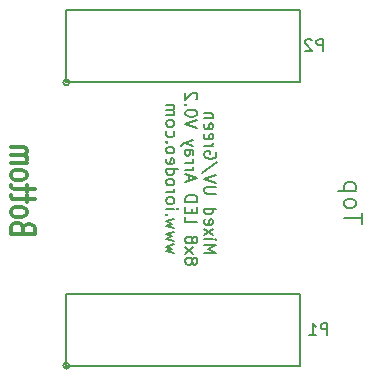
<source format=gbo>
G04 (created by PCBNEW (2013-jul-07)-stable) date Mon 22 Dec 2014 11:35:30 AM PST*
%MOIN*%
G04 Gerber Fmt 3.4, Leading zero omitted, Abs format*
%FSLAX34Y34*%
G01*
G70*
G90*
G04 APERTURE LIST*
%ADD10C,0.00590551*%
%ADD11C,0.008*%
%ADD12C,0.012*%
G04 APERTURE END LIST*
G54D10*
G54D11*
X27003Y-28469D02*
X27403Y-28469D01*
X27117Y-28336D01*
X27403Y-28203D01*
X27003Y-28203D01*
X27003Y-28012D02*
X27270Y-28012D01*
X27403Y-28012D02*
X27384Y-28031D01*
X27365Y-28012D01*
X27384Y-27993D01*
X27403Y-28012D01*
X27365Y-28012D01*
X27003Y-27860D02*
X27270Y-27650D01*
X27270Y-27860D02*
X27003Y-27650D01*
X27022Y-27346D02*
X27003Y-27384D01*
X27003Y-27460D01*
X27022Y-27498D01*
X27060Y-27517D01*
X27212Y-27517D01*
X27251Y-27498D01*
X27270Y-27460D01*
X27270Y-27384D01*
X27251Y-27346D01*
X27212Y-27327D01*
X27174Y-27327D01*
X27136Y-27517D01*
X27003Y-26984D02*
X27403Y-26984D01*
X27022Y-26984D02*
X27003Y-27022D01*
X27003Y-27098D01*
X27022Y-27136D01*
X27041Y-27155D01*
X27079Y-27174D01*
X27193Y-27174D01*
X27232Y-27155D01*
X27251Y-27136D01*
X27270Y-27098D01*
X27270Y-27022D01*
X27251Y-26984D01*
X27403Y-26489D02*
X27079Y-26489D01*
X27041Y-26469D01*
X27022Y-26450D01*
X27003Y-26412D01*
X27003Y-26336D01*
X27022Y-26298D01*
X27041Y-26279D01*
X27079Y-26260D01*
X27403Y-26260D01*
X27403Y-26127D02*
X27003Y-25993D01*
X27403Y-25860D01*
X27422Y-25441D02*
X26908Y-25784D01*
X27384Y-25098D02*
X27403Y-25136D01*
X27403Y-25193D01*
X27384Y-25250D01*
X27346Y-25289D01*
X27308Y-25308D01*
X27232Y-25327D01*
X27174Y-25327D01*
X27098Y-25308D01*
X27060Y-25289D01*
X27022Y-25250D01*
X27003Y-25193D01*
X27003Y-25155D01*
X27022Y-25098D01*
X27041Y-25079D01*
X27174Y-25079D01*
X27174Y-25155D01*
X27003Y-24908D02*
X27270Y-24908D01*
X27193Y-24908D02*
X27232Y-24889D01*
X27251Y-24869D01*
X27270Y-24831D01*
X27270Y-24793D01*
X27022Y-24508D02*
X27003Y-24546D01*
X27003Y-24622D01*
X27022Y-24660D01*
X27060Y-24679D01*
X27212Y-24679D01*
X27251Y-24660D01*
X27270Y-24622D01*
X27270Y-24546D01*
X27251Y-24508D01*
X27212Y-24489D01*
X27174Y-24489D01*
X27136Y-24679D01*
X27022Y-24165D02*
X27003Y-24203D01*
X27003Y-24279D01*
X27022Y-24317D01*
X27060Y-24336D01*
X27212Y-24336D01*
X27251Y-24317D01*
X27270Y-24279D01*
X27270Y-24203D01*
X27251Y-24165D01*
X27212Y-24146D01*
X27174Y-24146D01*
X27136Y-24336D01*
X27270Y-23974D02*
X27003Y-23974D01*
X27232Y-23974D02*
X27251Y-23955D01*
X27270Y-23917D01*
X27270Y-23860D01*
X27251Y-23822D01*
X27212Y-23803D01*
X27003Y-23803D01*
X26592Y-28774D02*
X26611Y-28812D01*
X26630Y-28831D01*
X26668Y-28850D01*
X26687Y-28850D01*
X26725Y-28831D01*
X26744Y-28812D01*
X26763Y-28774D01*
X26763Y-28698D01*
X26744Y-28660D01*
X26725Y-28641D01*
X26687Y-28622D01*
X26668Y-28622D01*
X26630Y-28641D01*
X26611Y-28660D01*
X26592Y-28698D01*
X26592Y-28774D01*
X26572Y-28812D01*
X26553Y-28831D01*
X26515Y-28850D01*
X26439Y-28850D01*
X26401Y-28831D01*
X26382Y-28812D01*
X26363Y-28774D01*
X26363Y-28698D01*
X26382Y-28660D01*
X26401Y-28641D01*
X26439Y-28622D01*
X26515Y-28622D01*
X26553Y-28641D01*
X26572Y-28660D01*
X26592Y-28698D01*
X26363Y-28489D02*
X26630Y-28279D01*
X26630Y-28489D02*
X26363Y-28279D01*
X26592Y-28069D02*
X26611Y-28108D01*
X26630Y-28127D01*
X26668Y-28146D01*
X26687Y-28146D01*
X26725Y-28127D01*
X26744Y-28108D01*
X26763Y-28069D01*
X26763Y-27993D01*
X26744Y-27955D01*
X26725Y-27936D01*
X26687Y-27917D01*
X26668Y-27917D01*
X26630Y-27936D01*
X26611Y-27955D01*
X26592Y-27993D01*
X26592Y-28069D01*
X26572Y-28108D01*
X26553Y-28127D01*
X26515Y-28146D01*
X26439Y-28146D01*
X26401Y-28127D01*
X26382Y-28108D01*
X26363Y-28069D01*
X26363Y-27993D01*
X26382Y-27955D01*
X26401Y-27936D01*
X26439Y-27917D01*
X26515Y-27917D01*
X26553Y-27936D01*
X26572Y-27955D01*
X26592Y-27993D01*
X26363Y-27250D02*
X26363Y-27441D01*
X26763Y-27441D01*
X26572Y-27117D02*
X26572Y-26984D01*
X26363Y-26927D02*
X26363Y-27117D01*
X26763Y-27117D01*
X26763Y-26927D01*
X26363Y-26755D02*
X26763Y-26755D01*
X26763Y-26660D01*
X26744Y-26603D01*
X26706Y-26565D01*
X26668Y-26546D01*
X26592Y-26527D01*
X26534Y-26527D01*
X26458Y-26546D01*
X26420Y-26565D01*
X26382Y-26603D01*
X26363Y-26660D01*
X26363Y-26755D01*
X26477Y-26069D02*
X26477Y-25879D01*
X26363Y-26108D02*
X26763Y-25974D01*
X26363Y-25841D01*
X26363Y-25708D02*
X26630Y-25708D01*
X26553Y-25708D02*
X26592Y-25689D01*
X26611Y-25669D01*
X26630Y-25631D01*
X26630Y-25593D01*
X26363Y-25460D02*
X26630Y-25460D01*
X26553Y-25460D02*
X26592Y-25441D01*
X26611Y-25422D01*
X26630Y-25384D01*
X26630Y-25346D01*
X26363Y-25041D02*
X26572Y-25041D01*
X26611Y-25060D01*
X26630Y-25098D01*
X26630Y-25174D01*
X26611Y-25212D01*
X26382Y-25041D02*
X26363Y-25079D01*
X26363Y-25174D01*
X26382Y-25212D01*
X26420Y-25231D01*
X26458Y-25231D01*
X26496Y-25212D01*
X26515Y-25174D01*
X26515Y-25079D01*
X26534Y-25041D01*
X26630Y-24889D02*
X26363Y-24793D01*
X26630Y-24698D02*
X26363Y-24793D01*
X26268Y-24831D01*
X26249Y-24850D01*
X26230Y-24889D01*
X26763Y-24298D02*
X26363Y-24165D01*
X26763Y-24031D01*
X26763Y-23822D02*
X26763Y-23784D01*
X26744Y-23746D01*
X26725Y-23727D01*
X26687Y-23708D01*
X26611Y-23689D01*
X26515Y-23689D01*
X26439Y-23708D01*
X26401Y-23727D01*
X26382Y-23746D01*
X26363Y-23784D01*
X26363Y-23822D01*
X26382Y-23860D01*
X26401Y-23879D01*
X26439Y-23898D01*
X26515Y-23917D01*
X26611Y-23917D01*
X26687Y-23898D01*
X26725Y-23879D01*
X26744Y-23860D01*
X26763Y-23822D01*
X26401Y-23517D02*
X26382Y-23498D01*
X26363Y-23517D01*
X26382Y-23536D01*
X26401Y-23517D01*
X26363Y-23517D01*
X26725Y-23346D02*
X26744Y-23327D01*
X26763Y-23289D01*
X26763Y-23193D01*
X26744Y-23155D01*
X26725Y-23136D01*
X26687Y-23117D01*
X26649Y-23117D01*
X26592Y-23136D01*
X26363Y-23365D01*
X26363Y-23117D01*
X25990Y-28479D02*
X25723Y-28403D01*
X25913Y-28327D01*
X25723Y-28250D01*
X25990Y-28174D01*
X25990Y-28060D02*
X25723Y-27984D01*
X25913Y-27908D01*
X25723Y-27831D01*
X25990Y-27755D01*
X25990Y-27641D02*
X25723Y-27565D01*
X25913Y-27489D01*
X25723Y-27412D01*
X25990Y-27336D01*
X25761Y-27184D02*
X25742Y-27165D01*
X25723Y-27184D01*
X25742Y-27203D01*
X25761Y-27184D01*
X25723Y-27184D01*
X25723Y-26993D02*
X25990Y-26993D01*
X26123Y-26993D02*
X26104Y-27012D01*
X26085Y-26993D01*
X26104Y-26974D01*
X26123Y-26993D01*
X26085Y-26993D01*
X25723Y-26746D02*
X25742Y-26784D01*
X25761Y-26803D01*
X25799Y-26822D01*
X25913Y-26822D01*
X25952Y-26803D01*
X25971Y-26784D01*
X25990Y-26746D01*
X25990Y-26689D01*
X25971Y-26650D01*
X25952Y-26631D01*
X25913Y-26612D01*
X25799Y-26612D01*
X25761Y-26631D01*
X25742Y-26650D01*
X25723Y-26689D01*
X25723Y-26746D01*
X25723Y-26441D02*
X25990Y-26441D01*
X25913Y-26441D02*
X25952Y-26422D01*
X25971Y-26403D01*
X25990Y-26365D01*
X25990Y-26327D01*
X25723Y-26136D02*
X25742Y-26174D01*
X25761Y-26193D01*
X25799Y-26212D01*
X25913Y-26212D01*
X25952Y-26193D01*
X25971Y-26174D01*
X25990Y-26136D01*
X25990Y-26079D01*
X25971Y-26041D01*
X25952Y-26022D01*
X25913Y-26003D01*
X25799Y-26003D01*
X25761Y-26022D01*
X25742Y-26041D01*
X25723Y-26079D01*
X25723Y-26136D01*
X25723Y-25660D02*
X26123Y-25660D01*
X25742Y-25660D02*
X25723Y-25698D01*
X25723Y-25774D01*
X25742Y-25812D01*
X25761Y-25831D01*
X25799Y-25850D01*
X25913Y-25850D01*
X25952Y-25831D01*
X25971Y-25812D01*
X25990Y-25774D01*
X25990Y-25698D01*
X25971Y-25660D01*
X25742Y-25317D02*
X25723Y-25355D01*
X25723Y-25431D01*
X25742Y-25469D01*
X25780Y-25489D01*
X25932Y-25489D01*
X25971Y-25469D01*
X25990Y-25431D01*
X25990Y-25355D01*
X25971Y-25317D01*
X25932Y-25298D01*
X25894Y-25298D01*
X25856Y-25489D01*
X25723Y-25069D02*
X25742Y-25108D01*
X25761Y-25127D01*
X25799Y-25146D01*
X25913Y-25146D01*
X25952Y-25127D01*
X25971Y-25108D01*
X25990Y-25069D01*
X25990Y-25012D01*
X25971Y-24974D01*
X25952Y-24955D01*
X25913Y-24936D01*
X25799Y-24936D01*
X25761Y-24955D01*
X25742Y-24974D01*
X25723Y-25012D01*
X25723Y-25069D01*
X25761Y-24765D02*
X25742Y-24746D01*
X25723Y-24765D01*
X25742Y-24784D01*
X25761Y-24765D01*
X25723Y-24765D01*
X25742Y-24403D02*
X25723Y-24441D01*
X25723Y-24517D01*
X25742Y-24555D01*
X25761Y-24574D01*
X25799Y-24593D01*
X25913Y-24593D01*
X25952Y-24574D01*
X25971Y-24555D01*
X25990Y-24517D01*
X25990Y-24441D01*
X25971Y-24403D01*
X25723Y-24174D02*
X25742Y-24212D01*
X25761Y-24231D01*
X25799Y-24250D01*
X25913Y-24250D01*
X25952Y-24231D01*
X25971Y-24212D01*
X25990Y-24174D01*
X25990Y-24117D01*
X25971Y-24079D01*
X25952Y-24060D01*
X25913Y-24041D01*
X25799Y-24041D01*
X25761Y-24060D01*
X25742Y-24079D01*
X25723Y-24117D01*
X25723Y-24174D01*
X25723Y-23869D02*
X25990Y-23869D01*
X25952Y-23869D02*
X25971Y-23850D01*
X25990Y-23812D01*
X25990Y-23755D01*
X25971Y-23717D01*
X25932Y-23698D01*
X25723Y-23698D01*
X25932Y-23698D02*
X25971Y-23679D01*
X25990Y-23641D01*
X25990Y-23584D01*
X25971Y-23546D01*
X25932Y-23527D01*
X25723Y-23527D01*
G54D12*
X20961Y-27620D02*
X20923Y-27535D01*
X20885Y-27506D01*
X20808Y-27477D01*
X20694Y-27477D01*
X20618Y-27506D01*
X20580Y-27535D01*
X20542Y-27592D01*
X20542Y-27820D01*
X21342Y-27820D01*
X21342Y-27620D01*
X21304Y-27563D01*
X21266Y-27535D01*
X21189Y-27506D01*
X21113Y-27506D01*
X21037Y-27535D01*
X20999Y-27563D01*
X20961Y-27620D01*
X20961Y-27820D01*
X20542Y-27135D02*
X20580Y-27192D01*
X20618Y-27220D01*
X20694Y-27249D01*
X20923Y-27249D01*
X20999Y-27220D01*
X21037Y-27192D01*
X21075Y-27135D01*
X21075Y-27049D01*
X21037Y-26992D01*
X20999Y-26963D01*
X20923Y-26935D01*
X20694Y-26935D01*
X20618Y-26963D01*
X20580Y-26992D01*
X20542Y-27049D01*
X20542Y-27135D01*
X21075Y-26763D02*
X21075Y-26535D01*
X21342Y-26677D02*
X20656Y-26677D01*
X20580Y-26649D01*
X20542Y-26592D01*
X20542Y-26535D01*
X21075Y-26420D02*
X21075Y-26192D01*
X21342Y-26335D02*
X20656Y-26335D01*
X20580Y-26306D01*
X20542Y-26249D01*
X20542Y-26192D01*
X20542Y-25906D02*
X20580Y-25963D01*
X20618Y-25992D01*
X20694Y-26020D01*
X20923Y-26020D01*
X20999Y-25992D01*
X21037Y-25963D01*
X21075Y-25906D01*
X21075Y-25820D01*
X21037Y-25763D01*
X20999Y-25735D01*
X20923Y-25706D01*
X20694Y-25706D01*
X20618Y-25735D01*
X20580Y-25763D01*
X20542Y-25820D01*
X20542Y-25906D01*
X20542Y-25449D02*
X21075Y-25449D01*
X20999Y-25449D02*
X21037Y-25420D01*
X21075Y-25363D01*
X21075Y-25277D01*
X21037Y-25220D01*
X20961Y-25192D01*
X20542Y-25192D01*
X20961Y-25192D02*
X21037Y-25163D01*
X21075Y-25106D01*
X21075Y-25020D01*
X21037Y-24963D01*
X20961Y-24935D01*
X20542Y-24935D01*
G54D11*
X32246Y-27485D02*
X32246Y-27143D01*
X31646Y-27314D02*
X32246Y-27314D01*
X31646Y-26857D02*
X31675Y-26914D01*
X31704Y-26943D01*
X31761Y-26971D01*
X31932Y-26971D01*
X31989Y-26943D01*
X32018Y-26914D01*
X32046Y-26857D01*
X32046Y-26771D01*
X32018Y-26714D01*
X31989Y-26685D01*
X31932Y-26657D01*
X31761Y-26657D01*
X31704Y-26685D01*
X31675Y-26714D01*
X31646Y-26771D01*
X31646Y-26857D01*
X32046Y-26400D02*
X31446Y-26400D01*
X32018Y-26400D02*
X32046Y-26343D01*
X32046Y-26228D01*
X32018Y-26171D01*
X31989Y-26143D01*
X31932Y-26114D01*
X31761Y-26114D01*
X31704Y-26143D01*
X31675Y-26171D01*
X31646Y-26228D01*
X31646Y-26343D01*
X31675Y-26400D01*
X22499Y-32224D02*
G75*
G03X22499Y-32224I-100J0D01*
G74*
G01*
X22399Y-32224D02*
X22399Y-29824D01*
X22399Y-29824D02*
X30199Y-29824D01*
X30199Y-29824D02*
X30199Y-32224D01*
X30199Y-32224D02*
X22399Y-32224D01*
X22499Y-22775D02*
G75*
G03X22499Y-22775I-100J0D01*
G74*
G01*
X22399Y-22775D02*
X22399Y-20375D01*
X22399Y-20375D02*
X30199Y-20375D01*
X30199Y-20375D02*
X30199Y-22775D01*
X30199Y-22775D02*
X22399Y-22775D01*
X31102Y-31205D02*
X31102Y-30805D01*
X30949Y-30805D01*
X30911Y-30824D01*
X30892Y-30843D01*
X30873Y-30881D01*
X30873Y-30938D01*
X30892Y-30976D01*
X30911Y-30995D01*
X30949Y-31014D01*
X31102Y-31014D01*
X30492Y-31205D02*
X30721Y-31205D01*
X30607Y-31205D02*
X30607Y-30805D01*
X30645Y-30862D01*
X30683Y-30900D01*
X30721Y-30919D01*
X30964Y-21736D02*
X30964Y-21336D01*
X30812Y-21336D01*
X30774Y-21355D01*
X30755Y-21374D01*
X30735Y-21412D01*
X30735Y-21470D01*
X30755Y-21508D01*
X30774Y-21527D01*
X30812Y-21546D01*
X30964Y-21546D01*
X30583Y-21374D02*
X30564Y-21355D01*
X30526Y-21336D01*
X30431Y-21336D01*
X30393Y-21355D01*
X30374Y-21374D01*
X30355Y-21412D01*
X30355Y-21450D01*
X30374Y-21508D01*
X30602Y-21736D01*
X30355Y-21736D01*
M02*

</source>
